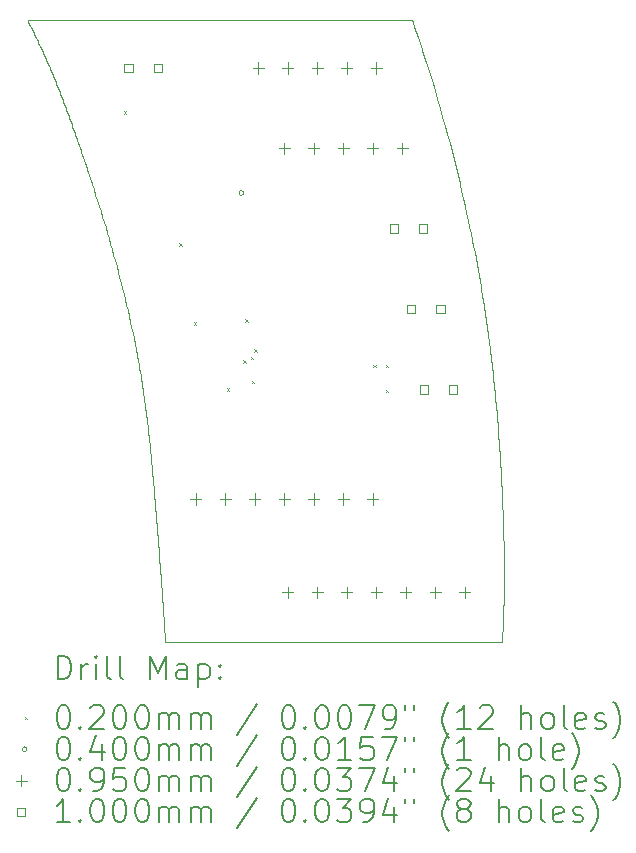
<source format=gbr>
%TF.GenerationSoftware,KiCad,Pcbnew,7.0.9*%
%TF.CreationDate,2023-12-16T21:23:08+01:00*%
%TF.ProjectId,LH_GripLogicBoard_FreeJoy,4c485f47-7269-4704-9c6f-676963426f61,rev?*%
%TF.SameCoordinates,Original*%
%TF.FileFunction,Drillmap*%
%TF.FilePolarity,Positive*%
%FSLAX45Y45*%
G04 Gerber Fmt 4.5, Leading zero omitted, Abs format (unit mm)*
G04 Created by KiCad (PCBNEW 7.0.9) date 2023-12-16 21:23:08*
%MOMM*%
%LPD*%
G01*
G04 APERTURE LIST*
%ADD10C,0.100000*%
%ADD11C,0.200000*%
G04 APERTURE END LIST*
D10*
X5221382Y-1500000D02*
X5226238Y-1513965D01*
X5231079Y-1527936D01*
X5235905Y-1541912D01*
X5240717Y-1555893D01*
X5245514Y-1569879D01*
X5250297Y-1583870D01*
X5255065Y-1597866D01*
X5259818Y-1611866D01*
X5264556Y-1625871D01*
X5269280Y-1639880D01*
X5272421Y-1649223D01*
X2387609Y-2518496D02*
X2381768Y-2501710D01*
X2375872Y-2484825D01*
X2369923Y-2467850D01*
X2363922Y-2450794D01*
X2357874Y-2433664D01*
X2351778Y-2416470D01*
X2345638Y-2399219D01*
X2339456Y-2381921D01*
X2333233Y-2364584D01*
X2326973Y-2347216D01*
X2320676Y-2329825D01*
X2314346Y-2312421D01*
X2307984Y-2295011D01*
X2301593Y-2277605D01*
X2295174Y-2260210D01*
X2288730Y-2242835D01*
X2282263Y-2225489D01*
X2275775Y-2208180D01*
X2269268Y-2190917D01*
X2262745Y-2173708D01*
X2256207Y-2156561D01*
X2249656Y-2139485D01*
X2243096Y-2122489D01*
X2236527Y-2105581D01*
X2229952Y-2088769D01*
X2223374Y-2072062D01*
X2216793Y-2055468D01*
X2210214Y-2038997D01*
X2203637Y-2022656D01*
X2197064Y-2006453D01*
X2190499Y-1990399D01*
X2183942Y-1974500D01*
X5337876Y-1849037D02*
X5363294Y-1929450D01*
X5387897Y-2008897D01*
X5411697Y-2087354D01*
X5434709Y-2164798D01*
X5456947Y-2241206D01*
X5478424Y-2316553D01*
X5499154Y-2390817D01*
X5519150Y-2463974D01*
X5538427Y-2536001D01*
X5556998Y-2606874D01*
X5574877Y-2676569D01*
X5592078Y-2745064D01*
X5608615Y-2812335D01*
X5624500Y-2878358D01*
X5639749Y-2943110D01*
X5654374Y-3006567D01*
X5668390Y-3068706D01*
X5681810Y-3129503D01*
X5694648Y-3188936D01*
X5706917Y-3246980D01*
X5718632Y-3303612D01*
X5729807Y-3358809D01*
X5740454Y-3412547D01*
X5750588Y-3464803D01*
X5760223Y-3515553D01*
X5769372Y-3564774D01*
X5778049Y-3612442D01*
X5786268Y-3658534D01*
X5794042Y-3703027D01*
X5801385Y-3745896D01*
X5808312Y-3787119D01*
X5814835Y-3826672D01*
X5883126Y-4305763D02*
X5887260Y-4339788D01*
X5891308Y-4373841D01*
X5895272Y-4407921D01*
X5899150Y-4442026D01*
X5902945Y-4476154D01*
X5906657Y-4510305D01*
X5910286Y-4544475D01*
X5913833Y-4578665D01*
X5917299Y-4612872D01*
X5920685Y-4647094D01*
X5923991Y-4681330D01*
X5927218Y-4715579D01*
X5930367Y-4749838D01*
X5933437Y-4784107D01*
X5936431Y-4818383D01*
X5939348Y-4852666D01*
X5942189Y-4886953D01*
X5944956Y-4921242D01*
X5947647Y-4955533D01*
X5950266Y-4989824D01*
X5952811Y-5024112D01*
X5955283Y-5058397D01*
X5957684Y-5092677D01*
X5960014Y-5126951D01*
X5962273Y-5161216D01*
X5964463Y-5195471D01*
X5966584Y-5229714D01*
X5968636Y-5263945D01*
X5970621Y-5298161D01*
X5972539Y-5332361D01*
X5974390Y-5366543D01*
X5976176Y-5400705D01*
X3025974Y-5371256D02*
X3023191Y-5339729D01*
X3020372Y-5308300D01*
X3017513Y-5276965D01*
X3014609Y-5245716D01*
X3011659Y-5214548D01*
X3008658Y-5183454D01*
X3005602Y-5152429D01*
X3002488Y-5121465D01*
X2999312Y-5090558D01*
X2996072Y-5059700D01*
X2992763Y-5028886D01*
X2989381Y-4998109D01*
X2985924Y-4967364D01*
X2982388Y-4936643D01*
X2978769Y-4905942D01*
X2975063Y-4875253D01*
X2971267Y-4844571D01*
X2967378Y-4813890D01*
X2963392Y-4783203D01*
X2959305Y-4752504D01*
X2955114Y-4721786D01*
X2950816Y-4691045D01*
X2946406Y-4660273D01*
X2941881Y-4629465D01*
X2937238Y-4598614D01*
X2932473Y-4567715D01*
X2927582Y-4536760D01*
X2922562Y-4505744D01*
X2917410Y-4474661D01*
X2912122Y-4443505D01*
X2906694Y-4412268D01*
X2901123Y-4380946D01*
X5991815Y-5779622D02*
X5992309Y-5795468D01*
X5992844Y-5813104D01*
X5993411Y-5832346D01*
X5993705Y-5842510D01*
X5994003Y-5853005D01*
X5994304Y-5863808D01*
X5994608Y-5874896D01*
X5994913Y-5886244D01*
X5995218Y-5897830D01*
X5995522Y-5909631D01*
X5995824Y-5921622D01*
X5996123Y-5933781D01*
X5996417Y-5946085D01*
X5996705Y-5958509D01*
X5996986Y-5971031D01*
X5997259Y-5983628D01*
X5997523Y-5996275D01*
X5997777Y-6008950D01*
X5998019Y-6021629D01*
X5998248Y-6034288D01*
X5998464Y-6046906D01*
X5998664Y-6059457D01*
X5998849Y-6071920D01*
X5999016Y-6084270D01*
X5999165Y-6096484D01*
X5999294Y-6108538D01*
X5999402Y-6120410D01*
X5999488Y-6132077D01*
X5999551Y-6143513D01*
X2901123Y-4380946D02*
X2892468Y-4333654D01*
X2883525Y-4286372D01*
X2874302Y-4239103D01*
X2864803Y-4191848D01*
X2855035Y-4144611D01*
X2845003Y-4097395D01*
X2834715Y-4050203D01*
X2824174Y-4003036D01*
X2813389Y-3955898D01*
X2802363Y-3908792D01*
X2791104Y-3861720D01*
X2779616Y-3814684D01*
X2767907Y-3767689D01*
X2755982Y-3720735D01*
X2743847Y-3673827D01*
X2731507Y-3626966D01*
X2718969Y-3580156D01*
X2706239Y-3533399D01*
X2693322Y-3486698D01*
X2680225Y-3440056D01*
X2666953Y-3393475D01*
X2653513Y-3346958D01*
X2639909Y-3300507D01*
X2626149Y-3254126D01*
X2612237Y-3207818D01*
X2598181Y-3161584D01*
X2583985Y-3115428D01*
X2569657Y-3069352D01*
X2555200Y-3023359D01*
X2540623Y-2977452D01*
X2525930Y-2931634D01*
X2511127Y-2885907D01*
X3104263Y-6367101D02*
X3102492Y-6342277D01*
X3100619Y-6316283D01*
X3098651Y-6289195D01*
X3096593Y-6261091D01*
X3094451Y-6232046D01*
X3092230Y-6202136D01*
X3089938Y-6171439D01*
X3087578Y-6140030D01*
X3085158Y-6107985D01*
X3082683Y-6075382D01*
X3080158Y-6042296D01*
X3077590Y-6008804D01*
X3074984Y-5974983D01*
X3072346Y-5940907D01*
X3069682Y-5906655D01*
X3066998Y-5872302D01*
X3064298Y-5837924D01*
X3061590Y-5803599D01*
X3058879Y-5769402D01*
X3056170Y-5735409D01*
X3053470Y-5701697D01*
X3050784Y-5668343D01*
X3048117Y-5635423D01*
X3045477Y-5603013D01*
X3042868Y-5571189D01*
X3040297Y-5540028D01*
X3037768Y-5509606D01*
X3035288Y-5479999D01*
X3032863Y-5451285D01*
X3030499Y-5423539D01*
X3028200Y-5396837D01*
X3025974Y-5371256D01*
X5221382Y-1500000D02*
X1965873Y-1500000D01*
X2183942Y-1974500D02*
X2177660Y-1959396D01*
X2171341Y-1944326D01*
X2164983Y-1929288D01*
X2158588Y-1914281D01*
X2152157Y-1899303D01*
X2145689Y-1884352D01*
X2139184Y-1869427D01*
X2132644Y-1854526D01*
X2126069Y-1839648D01*
X2119458Y-1824791D01*
X2112813Y-1809953D01*
X2106133Y-1795133D01*
X2099419Y-1780329D01*
X2092671Y-1765540D01*
X2085890Y-1750764D01*
X2079077Y-1735999D01*
X2072230Y-1721244D01*
X2065352Y-1706497D01*
X2058441Y-1691756D01*
X2051500Y-1677021D01*
X2044527Y-1662289D01*
X2037523Y-1647559D01*
X2030489Y-1632828D01*
X2023424Y-1618097D01*
X2016331Y-1603362D01*
X2009207Y-1588623D01*
X2002055Y-1573877D01*
X1994874Y-1559124D01*
X1987665Y-1544361D01*
X1980429Y-1529587D01*
X1973164Y-1514801D01*
X1965873Y-1500000D01*
X5976176Y-5400705D02*
X5976779Y-5412532D01*
X5977375Y-5424362D01*
X5977963Y-5436194D01*
X5978543Y-5448029D01*
X5979117Y-5459865D01*
X5979683Y-5471703D01*
X5980241Y-5483542D01*
X5980792Y-5495383D01*
X5981335Y-5507226D01*
X5981871Y-5519070D01*
X5982400Y-5530914D01*
X5982921Y-5542760D01*
X5983435Y-5554606D01*
X5983941Y-5566453D01*
X5984441Y-5578300D01*
X5984932Y-5590148D01*
X5985417Y-5601995D01*
X5985894Y-5613843D01*
X5986364Y-5625690D01*
X5986827Y-5637538D01*
X5987282Y-5649384D01*
X5987730Y-5661230D01*
X5988171Y-5673075D01*
X5988605Y-5684920D01*
X5989031Y-5696763D01*
X5989450Y-5708605D01*
X5989862Y-5720446D01*
X5990267Y-5732285D01*
X5990665Y-5744122D01*
X5991055Y-5755957D01*
X5991439Y-5767791D01*
X5991815Y-5779622D01*
X2511127Y-2885907D02*
X2507382Y-2874405D01*
X2503620Y-2862874D01*
X2499840Y-2851316D01*
X2496044Y-2839734D01*
X2492233Y-2828131D01*
X2488408Y-2816511D01*
X2484571Y-2804876D01*
X2480721Y-2793230D01*
X2476861Y-2781576D01*
X2472992Y-2769916D01*
X2469113Y-2758255D01*
X2465228Y-2746595D01*
X2461336Y-2734940D01*
X2457438Y-2723292D01*
X2453537Y-2711654D01*
X2449632Y-2700031D01*
X2445725Y-2688424D01*
X2441818Y-2676838D01*
X2437910Y-2665275D01*
X2434003Y-2653738D01*
X2430099Y-2642231D01*
X2426198Y-2630756D01*
X2422302Y-2619317D01*
X2418411Y-2607917D01*
X2414526Y-2596559D01*
X2410649Y-2585246D01*
X2406781Y-2573982D01*
X2402923Y-2562769D01*
X2399075Y-2551611D01*
X2395240Y-2540511D01*
X2391417Y-2529471D01*
X2387609Y-2518496D01*
X5814835Y-3826672D02*
X5817263Y-3841589D01*
X5819671Y-3856511D01*
X5822059Y-3871438D01*
X5824428Y-3886369D01*
X5826777Y-3901305D01*
X5829107Y-3916246D01*
X5831418Y-3931191D01*
X5833710Y-3946140D01*
X5835982Y-3961094D01*
X5838236Y-3976051D01*
X5840470Y-3991012D01*
X5842685Y-4005976D01*
X5844882Y-4020943D01*
X5847060Y-4035914D01*
X5849219Y-4050888D01*
X5851359Y-4065865D01*
X5853481Y-4080845D01*
X5855585Y-4095827D01*
X5857669Y-4110812D01*
X5859736Y-4125799D01*
X5861784Y-4140788D01*
X5863814Y-4155779D01*
X5865826Y-4170771D01*
X5867820Y-4185766D01*
X5869795Y-4200762D01*
X5871753Y-4215759D01*
X5873693Y-4230758D01*
X5875615Y-4245758D01*
X5877519Y-4260758D01*
X5879406Y-4275759D01*
X5881274Y-4290761D01*
X5883126Y-4305763D01*
X3129812Y-6763231D02*
X3129106Y-6751070D01*
X3128394Y-6738898D01*
X3127677Y-6726714D01*
X3126954Y-6714518D01*
X3126225Y-6702311D01*
X3125490Y-6690090D01*
X3124749Y-6677857D01*
X3124003Y-6665611D01*
X3123251Y-6653351D01*
X3122492Y-6641078D01*
X3121728Y-6628792D01*
X3120958Y-6616491D01*
X3120182Y-6604175D01*
X3119399Y-6591846D01*
X3118611Y-6579501D01*
X3117817Y-6567141D01*
X3117016Y-6554765D01*
X3116210Y-6542374D01*
X3115397Y-6529967D01*
X3114578Y-6517544D01*
X3113753Y-6505104D01*
X3112922Y-6492648D01*
X3112085Y-6480174D01*
X3111241Y-6467683D01*
X3110391Y-6455175D01*
X3109535Y-6442649D01*
X3108672Y-6430104D01*
X3107803Y-6417541D01*
X3106928Y-6404960D01*
X3106046Y-6392360D01*
X3105158Y-6379740D01*
X3104263Y-6367101D01*
X5983166Y-6763231D02*
X3129812Y-6763231D01*
X5999551Y-6143513D02*
X5999613Y-6162063D01*
X5999629Y-6180602D01*
X5999601Y-6199131D01*
X5999530Y-6217653D01*
X5999416Y-6236169D01*
X5999262Y-6254680D01*
X5999068Y-6273190D01*
X5998835Y-6291699D01*
X5998563Y-6310209D01*
X5998255Y-6328722D01*
X5997911Y-6347240D01*
X5997532Y-6365765D01*
X5997119Y-6384298D01*
X5996673Y-6402842D01*
X5996195Y-6421397D01*
X5995686Y-6439966D01*
X5995686Y-6439966D02*
X5995256Y-6454886D01*
X5994806Y-6469805D01*
X5994341Y-6484692D01*
X5993860Y-6499517D01*
X5993368Y-6514248D01*
X5992865Y-6528854D01*
X5992354Y-6543305D01*
X5991838Y-6557569D01*
X5991317Y-6571615D01*
X5990795Y-6585413D01*
X5990273Y-6598930D01*
X5989754Y-6612137D01*
X5989239Y-6625002D01*
X5988731Y-6637495D01*
X5988232Y-6649583D01*
X5987744Y-6661236D01*
X5987269Y-6672424D01*
X5986810Y-6683114D01*
X5986368Y-6693277D01*
X5985544Y-6711894D01*
X5984815Y-6728027D01*
X5984198Y-6741428D01*
X5983710Y-6751848D01*
X5983189Y-6762755D01*
X5983166Y-6763231D01*
X5272421Y-1649223D02*
X5276595Y-1661670D01*
X5280758Y-1674122D01*
X5284909Y-1686580D01*
X5289050Y-1699043D01*
X5293179Y-1711512D01*
X5297298Y-1723986D01*
X5301405Y-1736466D01*
X5305502Y-1748951D01*
X5309587Y-1761442D01*
X5313661Y-1773938D01*
X5317725Y-1786440D01*
X5321777Y-1798948D01*
X5325818Y-1811462D01*
X5329848Y-1823981D01*
X5333868Y-1836506D01*
X5337876Y-1849037D01*
D11*
D10*
X2783000Y-2271000D02*
X2803000Y-2291000D01*
X2803000Y-2271000D02*
X2783000Y-2291000D01*
X3249550Y-3387000D02*
X3269550Y-3407000D01*
X3269550Y-3387000D02*
X3249550Y-3407000D01*
X3371000Y-4058000D02*
X3391000Y-4078000D01*
X3391000Y-4058000D02*
X3371000Y-4078000D01*
X3651000Y-4616000D02*
X3671000Y-4636000D01*
X3671000Y-4616000D02*
X3651000Y-4636000D01*
X3792000Y-4380000D02*
X3812000Y-4400000D01*
X3812000Y-4380000D02*
X3792000Y-4400000D01*
X3809000Y-4031000D02*
X3829000Y-4051000D01*
X3829000Y-4031000D02*
X3809000Y-4051000D01*
X3855129Y-4349870D02*
X3875129Y-4369870D01*
X3875129Y-4349870D02*
X3855129Y-4369870D01*
X3865000Y-4552000D02*
X3885000Y-4572000D01*
X3885000Y-4552000D02*
X3865000Y-4572000D01*
X3885864Y-4287034D02*
X3905864Y-4307034D01*
X3905864Y-4287034D02*
X3885864Y-4307034D01*
X4894264Y-4416000D02*
X4914264Y-4436000D01*
X4914264Y-4416000D02*
X4894264Y-4436000D01*
X5001000Y-4416000D02*
X5021000Y-4436000D01*
X5021000Y-4416000D02*
X5001000Y-4436000D01*
X5001000Y-4627000D02*
X5021000Y-4647000D01*
X5021000Y-4627000D02*
X5001000Y-4647000D01*
X3797000Y-2962000D02*
G75*
G03*
X3797000Y-2962000I-20000J0D01*
G01*
X3389000Y-5504500D02*
X3389000Y-5599500D01*
X3341500Y-5552000D02*
X3436500Y-5552000D01*
X3639000Y-5504500D02*
X3639000Y-5599500D01*
X3591500Y-5552000D02*
X3686500Y-5552000D01*
X3889000Y-5504500D02*
X3889000Y-5599500D01*
X3841500Y-5552000D02*
X3936500Y-5552000D01*
X3918000Y-1855500D02*
X3918000Y-1950500D01*
X3870500Y-1903000D02*
X3965500Y-1903000D01*
X4139000Y-2535500D02*
X4139000Y-2630500D01*
X4091500Y-2583000D02*
X4186500Y-2583000D01*
X4139000Y-5504500D02*
X4139000Y-5599500D01*
X4091500Y-5552000D02*
X4186500Y-5552000D01*
X4168000Y-1855500D02*
X4168000Y-1950500D01*
X4120500Y-1903000D02*
X4215500Y-1903000D01*
X4168000Y-6295300D02*
X4168000Y-6390300D01*
X4120500Y-6342800D02*
X4215500Y-6342800D01*
X4389000Y-2535500D02*
X4389000Y-2630500D01*
X4341500Y-2583000D02*
X4436500Y-2583000D01*
X4389000Y-5504500D02*
X4389000Y-5599500D01*
X4341500Y-5552000D02*
X4436500Y-5552000D01*
X4418000Y-1855500D02*
X4418000Y-1950500D01*
X4370500Y-1903000D02*
X4465500Y-1903000D01*
X4418000Y-6295300D02*
X4418000Y-6390300D01*
X4370500Y-6342800D02*
X4465500Y-6342800D01*
X4639000Y-2535500D02*
X4639000Y-2630500D01*
X4591500Y-2583000D02*
X4686500Y-2583000D01*
X4639000Y-5504500D02*
X4639000Y-5599500D01*
X4591500Y-5552000D02*
X4686500Y-5552000D01*
X4668000Y-1855500D02*
X4668000Y-1950500D01*
X4620500Y-1903000D02*
X4715500Y-1903000D01*
X4668000Y-6295300D02*
X4668000Y-6390300D01*
X4620500Y-6342800D02*
X4715500Y-6342800D01*
X4889000Y-2535500D02*
X4889000Y-2630500D01*
X4841500Y-2583000D02*
X4936500Y-2583000D01*
X4889000Y-5504500D02*
X4889000Y-5599500D01*
X4841500Y-5552000D02*
X4936500Y-5552000D01*
X4918000Y-1855500D02*
X4918000Y-1950500D01*
X4870500Y-1903000D02*
X4965500Y-1903000D01*
X4918000Y-6295300D02*
X4918000Y-6390300D01*
X4870500Y-6342800D02*
X4965500Y-6342800D01*
X5139000Y-2535500D02*
X5139000Y-2630500D01*
X5091500Y-2583000D02*
X5186500Y-2583000D01*
X5168000Y-6295300D02*
X5168000Y-6390300D01*
X5120500Y-6342800D02*
X5215500Y-6342800D01*
X5418000Y-6295300D02*
X5418000Y-6390300D01*
X5370500Y-6342800D02*
X5465500Y-6342800D01*
X5668000Y-6295300D02*
X5668000Y-6390300D01*
X5620500Y-6342800D02*
X5715500Y-6342800D01*
X2855356Y-1938856D02*
X2855356Y-1868144D01*
X2784644Y-1868144D01*
X2784644Y-1938856D01*
X2855356Y-1938856D01*
X3105356Y-1938856D02*
X3105356Y-1868144D01*
X3034644Y-1868144D01*
X3034644Y-1938856D01*
X3105356Y-1938856D01*
X5101356Y-3299356D02*
X5101356Y-3228644D01*
X5030644Y-3228644D01*
X5030644Y-3299356D01*
X5101356Y-3299356D01*
X5248356Y-3979356D02*
X5248356Y-3908644D01*
X5177644Y-3908644D01*
X5177644Y-3979356D01*
X5248356Y-3979356D01*
X5351356Y-3299356D02*
X5351356Y-3228644D01*
X5280644Y-3228644D01*
X5280644Y-3299356D01*
X5351356Y-3299356D01*
X5355356Y-4660356D02*
X5355356Y-4589644D01*
X5284644Y-4589644D01*
X5284644Y-4660356D01*
X5355356Y-4660356D01*
X5498356Y-3979356D02*
X5498356Y-3908644D01*
X5427644Y-3908644D01*
X5427644Y-3979356D01*
X5498356Y-3979356D01*
X5605356Y-4660356D02*
X5605356Y-4589644D01*
X5534644Y-4589644D01*
X5534644Y-4660356D01*
X5605356Y-4660356D01*
D11*
X2221650Y-7079714D02*
X2221650Y-6879714D01*
X2221650Y-6879714D02*
X2269269Y-6879714D01*
X2269269Y-6879714D02*
X2297840Y-6889238D01*
X2297840Y-6889238D02*
X2316888Y-6908286D01*
X2316888Y-6908286D02*
X2326412Y-6927333D01*
X2326412Y-6927333D02*
X2335935Y-6965429D01*
X2335935Y-6965429D02*
X2335935Y-6994000D01*
X2335935Y-6994000D02*
X2326412Y-7032095D01*
X2326412Y-7032095D02*
X2316888Y-7051143D01*
X2316888Y-7051143D02*
X2297840Y-7070191D01*
X2297840Y-7070191D02*
X2269269Y-7079714D01*
X2269269Y-7079714D02*
X2221650Y-7079714D01*
X2421650Y-7079714D02*
X2421650Y-6946381D01*
X2421650Y-6984476D02*
X2431173Y-6965429D01*
X2431173Y-6965429D02*
X2440697Y-6955905D01*
X2440697Y-6955905D02*
X2459745Y-6946381D01*
X2459745Y-6946381D02*
X2478793Y-6946381D01*
X2545459Y-7079714D02*
X2545459Y-6946381D01*
X2545459Y-6879714D02*
X2535935Y-6889238D01*
X2535935Y-6889238D02*
X2545459Y-6898762D01*
X2545459Y-6898762D02*
X2554983Y-6889238D01*
X2554983Y-6889238D02*
X2545459Y-6879714D01*
X2545459Y-6879714D02*
X2545459Y-6898762D01*
X2669269Y-7079714D02*
X2650221Y-7070191D01*
X2650221Y-7070191D02*
X2640697Y-7051143D01*
X2640697Y-7051143D02*
X2640697Y-6879714D01*
X2774031Y-7079714D02*
X2754983Y-7070191D01*
X2754983Y-7070191D02*
X2745459Y-7051143D01*
X2745459Y-7051143D02*
X2745459Y-6879714D01*
X3002602Y-7079714D02*
X3002602Y-6879714D01*
X3002602Y-6879714D02*
X3069269Y-7022572D01*
X3069269Y-7022572D02*
X3135935Y-6879714D01*
X3135935Y-6879714D02*
X3135935Y-7079714D01*
X3316888Y-7079714D02*
X3316888Y-6974953D01*
X3316888Y-6974953D02*
X3307364Y-6955905D01*
X3307364Y-6955905D02*
X3288316Y-6946381D01*
X3288316Y-6946381D02*
X3250221Y-6946381D01*
X3250221Y-6946381D02*
X3231173Y-6955905D01*
X3316888Y-7070191D02*
X3297840Y-7079714D01*
X3297840Y-7079714D02*
X3250221Y-7079714D01*
X3250221Y-7079714D02*
X3231173Y-7070191D01*
X3231173Y-7070191D02*
X3221650Y-7051143D01*
X3221650Y-7051143D02*
X3221650Y-7032095D01*
X3221650Y-7032095D02*
X3231173Y-7013048D01*
X3231173Y-7013048D02*
X3250221Y-7003524D01*
X3250221Y-7003524D02*
X3297840Y-7003524D01*
X3297840Y-7003524D02*
X3316888Y-6994000D01*
X3412126Y-6946381D02*
X3412126Y-7146381D01*
X3412126Y-6955905D02*
X3431173Y-6946381D01*
X3431173Y-6946381D02*
X3469269Y-6946381D01*
X3469269Y-6946381D02*
X3488316Y-6955905D01*
X3488316Y-6955905D02*
X3497840Y-6965429D01*
X3497840Y-6965429D02*
X3507364Y-6984476D01*
X3507364Y-6984476D02*
X3507364Y-7041619D01*
X3507364Y-7041619D02*
X3497840Y-7060667D01*
X3497840Y-7060667D02*
X3488316Y-7070191D01*
X3488316Y-7070191D02*
X3469269Y-7079714D01*
X3469269Y-7079714D02*
X3431173Y-7079714D01*
X3431173Y-7079714D02*
X3412126Y-7070191D01*
X3593078Y-7060667D02*
X3602602Y-7070191D01*
X3602602Y-7070191D02*
X3593078Y-7079714D01*
X3593078Y-7079714D02*
X3583554Y-7070191D01*
X3583554Y-7070191D02*
X3593078Y-7060667D01*
X3593078Y-7060667D02*
X3593078Y-7079714D01*
X3593078Y-6955905D02*
X3602602Y-6965429D01*
X3602602Y-6965429D02*
X3593078Y-6974953D01*
X3593078Y-6974953D02*
X3583554Y-6965429D01*
X3583554Y-6965429D02*
X3593078Y-6955905D01*
X3593078Y-6955905D02*
X3593078Y-6974953D01*
D10*
X1940873Y-7398231D02*
X1960873Y-7418231D01*
X1960873Y-7398231D02*
X1940873Y-7418231D01*
D11*
X2259745Y-7299714D02*
X2278793Y-7299714D01*
X2278793Y-7299714D02*
X2297840Y-7309238D01*
X2297840Y-7309238D02*
X2307364Y-7318762D01*
X2307364Y-7318762D02*
X2316888Y-7337810D01*
X2316888Y-7337810D02*
X2326412Y-7375905D01*
X2326412Y-7375905D02*
X2326412Y-7423524D01*
X2326412Y-7423524D02*
X2316888Y-7461619D01*
X2316888Y-7461619D02*
X2307364Y-7480667D01*
X2307364Y-7480667D02*
X2297840Y-7490191D01*
X2297840Y-7490191D02*
X2278793Y-7499714D01*
X2278793Y-7499714D02*
X2259745Y-7499714D01*
X2259745Y-7499714D02*
X2240697Y-7490191D01*
X2240697Y-7490191D02*
X2231173Y-7480667D01*
X2231173Y-7480667D02*
X2221650Y-7461619D01*
X2221650Y-7461619D02*
X2212126Y-7423524D01*
X2212126Y-7423524D02*
X2212126Y-7375905D01*
X2212126Y-7375905D02*
X2221650Y-7337810D01*
X2221650Y-7337810D02*
X2231173Y-7318762D01*
X2231173Y-7318762D02*
X2240697Y-7309238D01*
X2240697Y-7309238D02*
X2259745Y-7299714D01*
X2412126Y-7480667D02*
X2421650Y-7490191D01*
X2421650Y-7490191D02*
X2412126Y-7499714D01*
X2412126Y-7499714D02*
X2402602Y-7490191D01*
X2402602Y-7490191D02*
X2412126Y-7480667D01*
X2412126Y-7480667D02*
X2412126Y-7499714D01*
X2497840Y-7318762D02*
X2507364Y-7309238D01*
X2507364Y-7309238D02*
X2526412Y-7299714D01*
X2526412Y-7299714D02*
X2574031Y-7299714D01*
X2574031Y-7299714D02*
X2593078Y-7309238D01*
X2593078Y-7309238D02*
X2602602Y-7318762D01*
X2602602Y-7318762D02*
X2612126Y-7337810D01*
X2612126Y-7337810D02*
X2612126Y-7356857D01*
X2612126Y-7356857D02*
X2602602Y-7385429D01*
X2602602Y-7385429D02*
X2488316Y-7499714D01*
X2488316Y-7499714D02*
X2612126Y-7499714D01*
X2735935Y-7299714D02*
X2754983Y-7299714D01*
X2754983Y-7299714D02*
X2774031Y-7309238D01*
X2774031Y-7309238D02*
X2783554Y-7318762D01*
X2783554Y-7318762D02*
X2793078Y-7337810D01*
X2793078Y-7337810D02*
X2802602Y-7375905D01*
X2802602Y-7375905D02*
X2802602Y-7423524D01*
X2802602Y-7423524D02*
X2793078Y-7461619D01*
X2793078Y-7461619D02*
X2783554Y-7480667D01*
X2783554Y-7480667D02*
X2774031Y-7490191D01*
X2774031Y-7490191D02*
X2754983Y-7499714D01*
X2754983Y-7499714D02*
X2735935Y-7499714D01*
X2735935Y-7499714D02*
X2716888Y-7490191D01*
X2716888Y-7490191D02*
X2707364Y-7480667D01*
X2707364Y-7480667D02*
X2697840Y-7461619D01*
X2697840Y-7461619D02*
X2688316Y-7423524D01*
X2688316Y-7423524D02*
X2688316Y-7375905D01*
X2688316Y-7375905D02*
X2697840Y-7337810D01*
X2697840Y-7337810D02*
X2707364Y-7318762D01*
X2707364Y-7318762D02*
X2716888Y-7309238D01*
X2716888Y-7309238D02*
X2735935Y-7299714D01*
X2926411Y-7299714D02*
X2945459Y-7299714D01*
X2945459Y-7299714D02*
X2964507Y-7309238D01*
X2964507Y-7309238D02*
X2974031Y-7318762D01*
X2974031Y-7318762D02*
X2983554Y-7337810D01*
X2983554Y-7337810D02*
X2993078Y-7375905D01*
X2993078Y-7375905D02*
X2993078Y-7423524D01*
X2993078Y-7423524D02*
X2983554Y-7461619D01*
X2983554Y-7461619D02*
X2974031Y-7480667D01*
X2974031Y-7480667D02*
X2964507Y-7490191D01*
X2964507Y-7490191D02*
X2945459Y-7499714D01*
X2945459Y-7499714D02*
X2926411Y-7499714D01*
X2926411Y-7499714D02*
X2907364Y-7490191D01*
X2907364Y-7490191D02*
X2897840Y-7480667D01*
X2897840Y-7480667D02*
X2888316Y-7461619D01*
X2888316Y-7461619D02*
X2878792Y-7423524D01*
X2878792Y-7423524D02*
X2878792Y-7375905D01*
X2878792Y-7375905D02*
X2888316Y-7337810D01*
X2888316Y-7337810D02*
X2897840Y-7318762D01*
X2897840Y-7318762D02*
X2907364Y-7309238D01*
X2907364Y-7309238D02*
X2926411Y-7299714D01*
X3078792Y-7499714D02*
X3078792Y-7366381D01*
X3078792Y-7385429D02*
X3088316Y-7375905D01*
X3088316Y-7375905D02*
X3107364Y-7366381D01*
X3107364Y-7366381D02*
X3135935Y-7366381D01*
X3135935Y-7366381D02*
X3154983Y-7375905D01*
X3154983Y-7375905D02*
X3164507Y-7394953D01*
X3164507Y-7394953D02*
X3164507Y-7499714D01*
X3164507Y-7394953D02*
X3174031Y-7375905D01*
X3174031Y-7375905D02*
X3193078Y-7366381D01*
X3193078Y-7366381D02*
X3221650Y-7366381D01*
X3221650Y-7366381D02*
X3240697Y-7375905D01*
X3240697Y-7375905D02*
X3250221Y-7394953D01*
X3250221Y-7394953D02*
X3250221Y-7499714D01*
X3345459Y-7499714D02*
X3345459Y-7366381D01*
X3345459Y-7385429D02*
X3354983Y-7375905D01*
X3354983Y-7375905D02*
X3374031Y-7366381D01*
X3374031Y-7366381D02*
X3402602Y-7366381D01*
X3402602Y-7366381D02*
X3421650Y-7375905D01*
X3421650Y-7375905D02*
X3431173Y-7394953D01*
X3431173Y-7394953D02*
X3431173Y-7499714D01*
X3431173Y-7394953D02*
X3440697Y-7375905D01*
X3440697Y-7375905D02*
X3459745Y-7366381D01*
X3459745Y-7366381D02*
X3488316Y-7366381D01*
X3488316Y-7366381D02*
X3507364Y-7375905D01*
X3507364Y-7375905D02*
X3516888Y-7394953D01*
X3516888Y-7394953D02*
X3516888Y-7499714D01*
X3907364Y-7290191D02*
X3735935Y-7547333D01*
X4164507Y-7299714D02*
X4183555Y-7299714D01*
X4183555Y-7299714D02*
X4202602Y-7309238D01*
X4202602Y-7309238D02*
X4212126Y-7318762D01*
X4212126Y-7318762D02*
X4221650Y-7337810D01*
X4221650Y-7337810D02*
X4231174Y-7375905D01*
X4231174Y-7375905D02*
X4231174Y-7423524D01*
X4231174Y-7423524D02*
X4221650Y-7461619D01*
X4221650Y-7461619D02*
X4212126Y-7480667D01*
X4212126Y-7480667D02*
X4202602Y-7490191D01*
X4202602Y-7490191D02*
X4183555Y-7499714D01*
X4183555Y-7499714D02*
X4164507Y-7499714D01*
X4164507Y-7499714D02*
X4145459Y-7490191D01*
X4145459Y-7490191D02*
X4135935Y-7480667D01*
X4135935Y-7480667D02*
X4126412Y-7461619D01*
X4126412Y-7461619D02*
X4116888Y-7423524D01*
X4116888Y-7423524D02*
X4116888Y-7375905D01*
X4116888Y-7375905D02*
X4126412Y-7337810D01*
X4126412Y-7337810D02*
X4135935Y-7318762D01*
X4135935Y-7318762D02*
X4145459Y-7309238D01*
X4145459Y-7309238D02*
X4164507Y-7299714D01*
X4316888Y-7480667D02*
X4326412Y-7490191D01*
X4326412Y-7490191D02*
X4316888Y-7499714D01*
X4316888Y-7499714D02*
X4307364Y-7490191D01*
X4307364Y-7490191D02*
X4316888Y-7480667D01*
X4316888Y-7480667D02*
X4316888Y-7499714D01*
X4450221Y-7299714D02*
X4469269Y-7299714D01*
X4469269Y-7299714D02*
X4488317Y-7309238D01*
X4488317Y-7309238D02*
X4497840Y-7318762D01*
X4497840Y-7318762D02*
X4507364Y-7337810D01*
X4507364Y-7337810D02*
X4516888Y-7375905D01*
X4516888Y-7375905D02*
X4516888Y-7423524D01*
X4516888Y-7423524D02*
X4507364Y-7461619D01*
X4507364Y-7461619D02*
X4497840Y-7480667D01*
X4497840Y-7480667D02*
X4488317Y-7490191D01*
X4488317Y-7490191D02*
X4469269Y-7499714D01*
X4469269Y-7499714D02*
X4450221Y-7499714D01*
X4450221Y-7499714D02*
X4431174Y-7490191D01*
X4431174Y-7490191D02*
X4421650Y-7480667D01*
X4421650Y-7480667D02*
X4412126Y-7461619D01*
X4412126Y-7461619D02*
X4402602Y-7423524D01*
X4402602Y-7423524D02*
X4402602Y-7375905D01*
X4402602Y-7375905D02*
X4412126Y-7337810D01*
X4412126Y-7337810D02*
X4421650Y-7318762D01*
X4421650Y-7318762D02*
X4431174Y-7309238D01*
X4431174Y-7309238D02*
X4450221Y-7299714D01*
X4640697Y-7299714D02*
X4659745Y-7299714D01*
X4659745Y-7299714D02*
X4678793Y-7309238D01*
X4678793Y-7309238D02*
X4688317Y-7318762D01*
X4688317Y-7318762D02*
X4697840Y-7337810D01*
X4697840Y-7337810D02*
X4707364Y-7375905D01*
X4707364Y-7375905D02*
X4707364Y-7423524D01*
X4707364Y-7423524D02*
X4697840Y-7461619D01*
X4697840Y-7461619D02*
X4688317Y-7480667D01*
X4688317Y-7480667D02*
X4678793Y-7490191D01*
X4678793Y-7490191D02*
X4659745Y-7499714D01*
X4659745Y-7499714D02*
X4640697Y-7499714D01*
X4640697Y-7499714D02*
X4621650Y-7490191D01*
X4621650Y-7490191D02*
X4612126Y-7480667D01*
X4612126Y-7480667D02*
X4602602Y-7461619D01*
X4602602Y-7461619D02*
X4593078Y-7423524D01*
X4593078Y-7423524D02*
X4593078Y-7375905D01*
X4593078Y-7375905D02*
X4602602Y-7337810D01*
X4602602Y-7337810D02*
X4612126Y-7318762D01*
X4612126Y-7318762D02*
X4621650Y-7309238D01*
X4621650Y-7309238D02*
X4640697Y-7299714D01*
X4774031Y-7299714D02*
X4907364Y-7299714D01*
X4907364Y-7299714D02*
X4821650Y-7499714D01*
X4993078Y-7499714D02*
X5031174Y-7499714D01*
X5031174Y-7499714D02*
X5050221Y-7490191D01*
X5050221Y-7490191D02*
X5059745Y-7480667D01*
X5059745Y-7480667D02*
X5078793Y-7452095D01*
X5078793Y-7452095D02*
X5088317Y-7414000D01*
X5088317Y-7414000D02*
X5088317Y-7337810D01*
X5088317Y-7337810D02*
X5078793Y-7318762D01*
X5078793Y-7318762D02*
X5069269Y-7309238D01*
X5069269Y-7309238D02*
X5050221Y-7299714D01*
X5050221Y-7299714D02*
X5012126Y-7299714D01*
X5012126Y-7299714D02*
X4993078Y-7309238D01*
X4993078Y-7309238D02*
X4983555Y-7318762D01*
X4983555Y-7318762D02*
X4974031Y-7337810D01*
X4974031Y-7337810D02*
X4974031Y-7385429D01*
X4974031Y-7385429D02*
X4983555Y-7404476D01*
X4983555Y-7404476D02*
X4993078Y-7414000D01*
X4993078Y-7414000D02*
X5012126Y-7423524D01*
X5012126Y-7423524D02*
X5050221Y-7423524D01*
X5050221Y-7423524D02*
X5069269Y-7414000D01*
X5069269Y-7414000D02*
X5078793Y-7404476D01*
X5078793Y-7404476D02*
X5088317Y-7385429D01*
X5164507Y-7299714D02*
X5164507Y-7337810D01*
X5240698Y-7299714D02*
X5240698Y-7337810D01*
X5535936Y-7575905D02*
X5526412Y-7566381D01*
X5526412Y-7566381D02*
X5507364Y-7537810D01*
X5507364Y-7537810D02*
X5497840Y-7518762D01*
X5497840Y-7518762D02*
X5488317Y-7490191D01*
X5488317Y-7490191D02*
X5478793Y-7442572D01*
X5478793Y-7442572D02*
X5478793Y-7404476D01*
X5478793Y-7404476D02*
X5488317Y-7356857D01*
X5488317Y-7356857D02*
X5497840Y-7328286D01*
X5497840Y-7328286D02*
X5507364Y-7309238D01*
X5507364Y-7309238D02*
X5526412Y-7280667D01*
X5526412Y-7280667D02*
X5535936Y-7271143D01*
X5716888Y-7499714D02*
X5602602Y-7499714D01*
X5659745Y-7499714D02*
X5659745Y-7299714D01*
X5659745Y-7299714D02*
X5640697Y-7328286D01*
X5640697Y-7328286D02*
X5621650Y-7347333D01*
X5621650Y-7347333D02*
X5602602Y-7356857D01*
X5793078Y-7318762D02*
X5802602Y-7309238D01*
X5802602Y-7309238D02*
X5821650Y-7299714D01*
X5821650Y-7299714D02*
X5869269Y-7299714D01*
X5869269Y-7299714D02*
X5888317Y-7309238D01*
X5888317Y-7309238D02*
X5897840Y-7318762D01*
X5897840Y-7318762D02*
X5907364Y-7337810D01*
X5907364Y-7337810D02*
X5907364Y-7356857D01*
X5907364Y-7356857D02*
X5897840Y-7385429D01*
X5897840Y-7385429D02*
X5783555Y-7499714D01*
X5783555Y-7499714D02*
X5907364Y-7499714D01*
X6145459Y-7499714D02*
X6145459Y-7299714D01*
X6231174Y-7499714D02*
X6231174Y-7394953D01*
X6231174Y-7394953D02*
X6221650Y-7375905D01*
X6221650Y-7375905D02*
X6202602Y-7366381D01*
X6202602Y-7366381D02*
X6174031Y-7366381D01*
X6174031Y-7366381D02*
X6154983Y-7375905D01*
X6154983Y-7375905D02*
X6145459Y-7385429D01*
X6354983Y-7499714D02*
X6335936Y-7490191D01*
X6335936Y-7490191D02*
X6326412Y-7480667D01*
X6326412Y-7480667D02*
X6316888Y-7461619D01*
X6316888Y-7461619D02*
X6316888Y-7404476D01*
X6316888Y-7404476D02*
X6326412Y-7385429D01*
X6326412Y-7385429D02*
X6335936Y-7375905D01*
X6335936Y-7375905D02*
X6354983Y-7366381D01*
X6354983Y-7366381D02*
X6383555Y-7366381D01*
X6383555Y-7366381D02*
X6402602Y-7375905D01*
X6402602Y-7375905D02*
X6412126Y-7385429D01*
X6412126Y-7385429D02*
X6421650Y-7404476D01*
X6421650Y-7404476D02*
X6421650Y-7461619D01*
X6421650Y-7461619D02*
X6412126Y-7480667D01*
X6412126Y-7480667D02*
X6402602Y-7490191D01*
X6402602Y-7490191D02*
X6383555Y-7499714D01*
X6383555Y-7499714D02*
X6354983Y-7499714D01*
X6535936Y-7499714D02*
X6516888Y-7490191D01*
X6516888Y-7490191D02*
X6507364Y-7471143D01*
X6507364Y-7471143D02*
X6507364Y-7299714D01*
X6688317Y-7490191D02*
X6669269Y-7499714D01*
X6669269Y-7499714D02*
X6631174Y-7499714D01*
X6631174Y-7499714D02*
X6612126Y-7490191D01*
X6612126Y-7490191D02*
X6602602Y-7471143D01*
X6602602Y-7471143D02*
X6602602Y-7394953D01*
X6602602Y-7394953D02*
X6612126Y-7375905D01*
X6612126Y-7375905D02*
X6631174Y-7366381D01*
X6631174Y-7366381D02*
X6669269Y-7366381D01*
X6669269Y-7366381D02*
X6688317Y-7375905D01*
X6688317Y-7375905D02*
X6697840Y-7394953D01*
X6697840Y-7394953D02*
X6697840Y-7414000D01*
X6697840Y-7414000D02*
X6602602Y-7433048D01*
X6774031Y-7490191D02*
X6793079Y-7499714D01*
X6793079Y-7499714D02*
X6831174Y-7499714D01*
X6831174Y-7499714D02*
X6850221Y-7490191D01*
X6850221Y-7490191D02*
X6859745Y-7471143D01*
X6859745Y-7471143D02*
X6859745Y-7461619D01*
X6859745Y-7461619D02*
X6850221Y-7442572D01*
X6850221Y-7442572D02*
X6831174Y-7433048D01*
X6831174Y-7433048D02*
X6802602Y-7433048D01*
X6802602Y-7433048D02*
X6783555Y-7423524D01*
X6783555Y-7423524D02*
X6774031Y-7404476D01*
X6774031Y-7404476D02*
X6774031Y-7394953D01*
X6774031Y-7394953D02*
X6783555Y-7375905D01*
X6783555Y-7375905D02*
X6802602Y-7366381D01*
X6802602Y-7366381D02*
X6831174Y-7366381D01*
X6831174Y-7366381D02*
X6850221Y-7375905D01*
X6926412Y-7575905D02*
X6935936Y-7566381D01*
X6935936Y-7566381D02*
X6954983Y-7537810D01*
X6954983Y-7537810D02*
X6964507Y-7518762D01*
X6964507Y-7518762D02*
X6974031Y-7490191D01*
X6974031Y-7490191D02*
X6983555Y-7442572D01*
X6983555Y-7442572D02*
X6983555Y-7404476D01*
X6983555Y-7404476D02*
X6974031Y-7356857D01*
X6974031Y-7356857D02*
X6964507Y-7328286D01*
X6964507Y-7328286D02*
X6954983Y-7309238D01*
X6954983Y-7309238D02*
X6935936Y-7280667D01*
X6935936Y-7280667D02*
X6926412Y-7271143D01*
D10*
X1960873Y-7672231D02*
G75*
G03*
X1960873Y-7672231I-20000J0D01*
G01*
D11*
X2259745Y-7563714D02*
X2278793Y-7563714D01*
X2278793Y-7563714D02*
X2297840Y-7573238D01*
X2297840Y-7573238D02*
X2307364Y-7582762D01*
X2307364Y-7582762D02*
X2316888Y-7601810D01*
X2316888Y-7601810D02*
X2326412Y-7639905D01*
X2326412Y-7639905D02*
X2326412Y-7687524D01*
X2326412Y-7687524D02*
X2316888Y-7725619D01*
X2316888Y-7725619D02*
X2307364Y-7744667D01*
X2307364Y-7744667D02*
X2297840Y-7754191D01*
X2297840Y-7754191D02*
X2278793Y-7763714D01*
X2278793Y-7763714D02*
X2259745Y-7763714D01*
X2259745Y-7763714D02*
X2240697Y-7754191D01*
X2240697Y-7754191D02*
X2231173Y-7744667D01*
X2231173Y-7744667D02*
X2221650Y-7725619D01*
X2221650Y-7725619D02*
X2212126Y-7687524D01*
X2212126Y-7687524D02*
X2212126Y-7639905D01*
X2212126Y-7639905D02*
X2221650Y-7601810D01*
X2221650Y-7601810D02*
X2231173Y-7582762D01*
X2231173Y-7582762D02*
X2240697Y-7573238D01*
X2240697Y-7573238D02*
X2259745Y-7563714D01*
X2412126Y-7744667D02*
X2421650Y-7754191D01*
X2421650Y-7754191D02*
X2412126Y-7763714D01*
X2412126Y-7763714D02*
X2402602Y-7754191D01*
X2402602Y-7754191D02*
X2412126Y-7744667D01*
X2412126Y-7744667D02*
X2412126Y-7763714D01*
X2593078Y-7630381D02*
X2593078Y-7763714D01*
X2545459Y-7554191D02*
X2497840Y-7697048D01*
X2497840Y-7697048D02*
X2621650Y-7697048D01*
X2735935Y-7563714D02*
X2754983Y-7563714D01*
X2754983Y-7563714D02*
X2774031Y-7573238D01*
X2774031Y-7573238D02*
X2783554Y-7582762D01*
X2783554Y-7582762D02*
X2793078Y-7601810D01*
X2793078Y-7601810D02*
X2802602Y-7639905D01*
X2802602Y-7639905D02*
X2802602Y-7687524D01*
X2802602Y-7687524D02*
X2793078Y-7725619D01*
X2793078Y-7725619D02*
X2783554Y-7744667D01*
X2783554Y-7744667D02*
X2774031Y-7754191D01*
X2774031Y-7754191D02*
X2754983Y-7763714D01*
X2754983Y-7763714D02*
X2735935Y-7763714D01*
X2735935Y-7763714D02*
X2716888Y-7754191D01*
X2716888Y-7754191D02*
X2707364Y-7744667D01*
X2707364Y-7744667D02*
X2697840Y-7725619D01*
X2697840Y-7725619D02*
X2688316Y-7687524D01*
X2688316Y-7687524D02*
X2688316Y-7639905D01*
X2688316Y-7639905D02*
X2697840Y-7601810D01*
X2697840Y-7601810D02*
X2707364Y-7582762D01*
X2707364Y-7582762D02*
X2716888Y-7573238D01*
X2716888Y-7573238D02*
X2735935Y-7563714D01*
X2926411Y-7563714D02*
X2945459Y-7563714D01*
X2945459Y-7563714D02*
X2964507Y-7573238D01*
X2964507Y-7573238D02*
X2974031Y-7582762D01*
X2974031Y-7582762D02*
X2983554Y-7601810D01*
X2983554Y-7601810D02*
X2993078Y-7639905D01*
X2993078Y-7639905D02*
X2993078Y-7687524D01*
X2993078Y-7687524D02*
X2983554Y-7725619D01*
X2983554Y-7725619D02*
X2974031Y-7744667D01*
X2974031Y-7744667D02*
X2964507Y-7754191D01*
X2964507Y-7754191D02*
X2945459Y-7763714D01*
X2945459Y-7763714D02*
X2926411Y-7763714D01*
X2926411Y-7763714D02*
X2907364Y-7754191D01*
X2907364Y-7754191D02*
X2897840Y-7744667D01*
X2897840Y-7744667D02*
X2888316Y-7725619D01*
X2888316Y-7725619D02*
X2878792Y-7687524D01*
X2878792Y-7687524D02*
X2878792Y-7639905D01*
X2878792Y-7639905D02*
X2888316Y-7601810D01*
X2888316Y-7601810D02*
X2897840Y-7582762D01*
X2897840Y-7582762D02*
X2907364Y-7573238D01*
X2907364Y-7573238D02*
X2926411Y-7563714D01*
X3078792Y-7763714D02*
X3078792Y-7630381D01*
X3078792Y-7649429D02*
X3088316Y-7639905D01*
X3088316Y-7639905D02*
X3107364Y-7630381D01*
X3107364Y-7630381D02*
X3135935Y-7630381D01*
X3135935Y-7630381D02*
X3154983Y-7639905D01*
X3154983Y-7639905D02*
X3164507Y-7658953D01*
X3164507Y-7658953D02*
X3164507Y-7763714D01*
X3164507Y-7658953D02*
X3174031Y-7639905D01*
X3174031Y-7639905D02*
X3193078Y-7630381D01*
X3193078Y-7630381D02*
X3221650Y-7630381D01*
X3221650Y-7630381D02*
X3240697Y-7639905D01*
X3240697Y-7639905D02*
X3250221Y-7658953D01*
X3250221Y-7658953D02*
X3250221Y-7763714D01*
X3345459Y-7763714D02*
X3345459Y-7630381D01*
X3345459Y-7649429D02*
X3354983Y-7639905D01*
X3354983Y-7639905D02*
X3374031Y-7630381D01*
X3374031Y-7630381D02*
X3402602Y-7630381D01*
X3402602Y-7630381D02*
X3421650Y-7639905D01*
X3421650Y-7639905D02*
X3431173Y-7658953D01*
X3431173Y-7658953D02*
X3431173Y-7763714D01*
X3431173Y-7658953D02*
X3440697Y-7639905D01*
X3440697Y-7639905D02*
X3459745Y-7630381D01*
X3459745Y-7630381D02*
X3488316Y-7630381D01*
X3488316Y-7630381D02*
X3507364Y-7639905D01*
X3507364Y-7639905D02*
X3516888Y-7658953D01*
X3516888Y-7658953D02*
X3516888Y-7763714D01*
X3907364Y-7554191D02*
X3735935Y-7811333D01*
X4164507Y-7563714D02*
X4183555Y-7563714D01*
X4183555Y-7563714D02*
X4202602Y-7573238D01*
X4202602Y-7573238D02*
X4212126Y-7582762D01*
X4212126Y-7582762D02*
X4221650Y-7601810D01*
X4221650Y-7601810D02*
X4231174Y-7639905D01*
X4231174Y-7639905D02*
X4231174Y-7687524D01*
X4231174Y-7687524D02*
X4221650Y-7725619D01*
X4221650Y-7725619D02*
X4212126Y-7744667D01*
X4212126Y-7744667D02*
X4202602Y-7754191D01*
X4202602Y-7754191D02*
X4183555Y-7763714D01*
X4183555Y-7763714D02*
X4164507Y-7763714D01*
X4164507Y-7763714D02*
X4145459Y-7754191D01*
X4145459Y-7754191D02*
X4135935Y-7744667D01*
X4135935Y-7744667D02*
X4126412Y-7725619D01*
X4126412Y-7725619D02*
X4116888Y-7687524D01*
X4116888Y-7687524D02*
X4116888Y-7639905D01*
X4116888Y-7639905D02*
X4126412Y-7601810D01*
X4126412Y-7601810D02*
X4135935Y-7582762D01*
X4135935Y-7582762D02*
X4145459Y-7573238D01*
X4145459Y-7573238D02*
X4164507Y-7563714D01*
X4316888Y-7744667D02*
X4326412Y-7754191D01*
X4326412Y-7754191D02*
X4316888Y-7763714D01*
X4316888Y-7763714D02*
X4307364Y-7754191D01*
X4307364Y-7754191D02*
X4316888Y-7744667D01*
X4316888Y-7744667D02*
X4316888Y-7763714D01*
X4450221Y-7563714D02*
X4469269Y-7563714D01*
X4469269Y-7563714D02*
X4488317Y-7573238D01*
X4488317Y-7573238D02*
X4497840Y-7582762D01*
X4497840Y-7582762D02*
X4507364Y-7601810D01*
X4507364Y-7601810D02*
X4516888Y-7639905D01*
X4516888Y-7639905D02*
X4516888Y-7687524D01*
X4516888Y-7687524D02*
X4507364Y-7725619D01*
X4507364Y-7725619D02*
X4497840Y-7744667D01*
X4497840Y-7744667D02*
X4488317Y-7754191D01*
X4488317Y-7754191D02*
X4469269Y-7763714D01*
X4469269Y-7763714D02*
X4450221Y-7763714D01*
X4450221Y-7763714D02*
X4431174Y-7754191D01*
X4431174Y-7754191D02*
X4421650Y-7744667D01*
X4421650Y-7744667D02*
X4412126Y-7725619D01*
X4412126Y-7725619D02*
X4402602Y-7687524D01*
X4402602Y-7687524D02*
X4402602Y-7639905D01*
X4402602Y-7639905D02*
X4412126Y-7601810D01*
X4412126Y-7601810D02*
X4421650Y-7582762D01*
X4421650Y-7582762D02*
X4431174Y-7573238D01*
X4431174Y-7573238D02*
X4450221Y-7563714D01*
X4707364Y-7763714D02*
X4593078Y-7763714D01*
X4650221Y-7763714D02*
X4650221Y-7563714D01*
X4650221Y-7563714D02*
X4631174Y-7592286D01*
X4631174Y-7592286D02*
X4612126Y-7611333D01*
X4612126Y-7611333D02*
X4593078Y-7620857D01*
X4888317Y-7563714D02*
X4793078Y-7563714D01*
X4793078Y-7563714D02*
X4783555Y-7658953D01*
X4783555Y-7658953D02*
X4793078Y-7649429D01*
X4793078Y-7649429D02*
X4812126Y-7639905D01*
X4812126Y-7639905D02*
X4859745Y-7639905D01*
X4859745Y-7639905D02*
X4878793Y-7649429D01*
X4878793Y-7649429D02*
X4888317Y-7658953D01*
X4888317Y-7658953D02*
X4897840Y-7678000D01*
X4897840Y-7678000D02*
X4897840Y-7725619D01*
X4897840Y-7725619D02*
X4888317Y-7744667D01*
X4888317Y-7744667D02*
X4878793Y-7754191D01*
X4878793Y-7754191D02*
X4859745Y-7763714D01*
X4859745Y-7763714D02*
X4812126Y-7763714D01*
X4812126Y-7763714D02*
X4793078Y-7754191D01*
X4793078Y-7754191D02*
X4783555Y-7744667D01*
X4964507Y-7563714D02*
X5097840Y-7563714D01*
X5097840Y-7563714D02*
X5012126Y-7763714D01*
X5164507Y-7563714D02*
X5164507Y-7601810D01*
X5240698Y-7563714D02*
X5240698Y-7601810D01*
X5535936Y-7839905D02*
X5526412Y-7830381D01*
X5526412Y-7830381D02*
X5507364Y-7801810D01*
X5507364Y-7801810D02*
X5497840Y-7782762D01*
X5497840Y-7782762D02*
X5488317Y-7754191D01*
X5488317Y-7754191D02*
X5478793Y-7706572D01*
X5478793Y-7706572D02*
X5478793Y-7668476D01*
X5478793Y-7668476D02*
X5488317Y-7620857D01*
X5488317Y-7620857D02*
X5497840Y-7592286D01*
X5497840Y-7592286D02*
X5507364Y-7573238D01*
X5507364Y-7573238D02*
X5526412Y-7544667D01*
X5526412Y-7544667D02*
X5535936Y-7535143D01*
X5716888Y-7763714D02*
X5602602Y-7763714D01*
X5659745Y-7763714D02*
X5659745Y-7563714D01*
X5659745Y-7563714D02*
X5640697Y-7592286D01*
X5640697Y-7592286D02*
X5621650Y-7611333D01*
X5621650Y-7611333D02*
X5602602Y-7620857D01*
X5954983Y-7763714D02*
X5954983Y-7563714D01*
X6040698Y-7763714D02*
X6040698Y-7658953D01*
X6040698Y-7658953D02*
X6031174Y-7639905D01*
X6031174Y-7639905D02*
X6012126Y-7630381D01*
X6012126Y-7630381D02*
X5983555Y-7630381D01*
X5983555Y-7630381D02*
X5964507Y-7639905D01*
X5964507Y-7639905D02*
X5954983Y-7649429D01*
X6164507Y-7763714D02*
X6145459Y-7754191D01*
X6145459Y-7754191D02*
X6135936Y-7744667D01*
X6135936Y-7744667D02*
X6126412Y-7725619D01*
X6126412Y-7725619D02*
X6126412Y-7668476D01*
X6126412Y-7668476D02*
X6135936Y-7649429D01*
X6135936Y-7649429D02*
X6145459Y-7639905D01*
X6145459Y-7639905D02*
X6164507Y-7630381D01*
X6164507Y-7630381D02*
X6193079Y-7630381D01*
X6193079Y-7630381D02*
X6212126Y-7639905D01*
X6212126Y-7639905D02*
X6221650Y-7649429D01*
X6221650Y-7649429D02*
X6231174Y-7668476D01*
X6231174Y-7668476D02*
X6231174Y-7725619D01*
X6231174Y-7725619D02*
X6221650Y-7744667D01*
X6221650Y-7744667D02*
X6212126Y-7754191D01*
X6212126Y-7754191D02*
X6193079Y-7763714D01*
X6193079Y-7763714D02*
X6164507Y-7763714D01*
X6345459Y-7763714D02*
X6326412Y-7754191D01*
X6326412Y-7754191D02*
X6316888Y-7735143D01*
X6316888Y-7735143D02*
X6316888Y-7563714D01*
X6497840Y-7754191D02*
X6478793Y-7763714D01*
X6478793Y-7763714D02*
X6440698Y-7763714D01*
X6440698Y-7763714D02*
X6421650Y-7754191D01*
X6421650Y-7754191D02*
X6412126Y-7735143D01*
X6412126Y-7735143D02*
X6412126Y-7658953D01*
X6412126Y-7658953D02*
X6421650Y-7639905D01*
X6421650Y-7639905D02*
X6440698Y-7630381D01*
X6440698Y-7630381D02*
X6478793Y-7630381D01*
X6478793Y-7630381D02*
X6497840Y-7639905D01*
X6497840Y-7639905D02*
X6507364Y-7658953D01*
X6507364Y-7658953D02*
X6507364Y-7678000D01*
X6507364Y-7678000D02*
X6412126Y-7697048D01*
X6574031Y-7839905D02*
X6583555Y-7830381D01*
X6583555Y-7830381D02*
X6602602Y-7801810D01*
X6602602Y-7801810D02*
X6612126Y-7782762D01*
X6612126Y-7782762D02*
X6621650Y-7754191D01*
X6621650Y-7754191D02*
X6631174Y-7706572D01*
X6631174Y-7706572D02*
X6631174Y-7668476D01*
X6631174Y-7668476D02*
X6621650Y-7620857D01*
X6621650Y-7620857D02*
X6612126Y-7592286D01*
X6612126Y-7592286D02*
X6602602Y-7573238D01*
X6602602Y-7573238D02*
X6583555Y-7544667D01*
X6583555Y-7544667D02*
X6574031Y-7535143D01*
D10*
X1913373Y-7888731D02*
X1913373Y-7983731D01*
X1865873Y-7936231D02*
X1960873Y-7936231D01*
D11*
X2259745Y-7827714D02*
X2278793Y-7827714D01*
X2278793Y-7827714D02*
X2297840Y-7837238D01*
X2297840Y-7837238D02*
X2307364Y-7846762D01*
X2307364Y-7846762D02*
X2316888Y-7865810D01*
X2316888Y-7865810D02*
X2326412Y-7903905D01*
X2326412Y-7903905D02*
X2326412Y-7951524D01*
X2326412Y-7951524D02*
X2316888Y-7989619D01*
X2316888Y-7989619D02*
X2307364Y-8008667D01*
X2307364Y-8008667D02*
X2297840Y-8018191D01*
X2297840Y-8018191D02*
X2278793Y-8027714D01*
X2278793Y-8027714D02*
X2259745Y-8027714D01*
X2259745Y-8027714D02*
X2240697Y-8018191D01*
X2240697Y-8018191D02*
X2231173Y-8008667D01*
X2231173Y-8008667D02*
X2221650Y-7989619D01*
X2221650Y-7989619D02*
X2212126Y-7951524D01*
X2212126Y-7951524D02*
X2212126Y-7903905D01*
X2212126Y-7903905D02*
X2221650Y-7865810D01*
X2221650Y-7865810D02*
X2231173Y-7846762D01*
X2231173Y-7846762D02*
X2240697Y-7837238D01*
X2240697Y-7837238D02*
X2259745Y-7827714D01*
X2412126Y-8008667D02*
X2421650Y-8018191D01*
X2421650Y-8018191D02*
X2412126Y-8027714D01*
X2412126Y-8027714D02*
X2402602Y-8018191D01*
X2402602Y-8018191D02*
X2412126Y-8008667D01*
X2412126Y-8008667D02*
X2412126Y-8027714D01*
X2516888Y-8027714D02*
X2554983Y-8027714D01*
X2554983Y-8027714D02*
X2574031Y-8018191D01*
X2574031Y-8018191D02*
X2583554Y-8008667D01*
X2583554Y-8008667D02*
X2602602Y-7980095D01*
X2602602Y-7980095D02*
X2612126Y-7942000D01*
X2612126Y-7942000D02*
X2612126Y-7865810D01*
X2612126Y-7865810D02*
X2602602Y-7846762D01*
X2602602Y-7846762D02*
X2593078Y-7837238D01*
X2593078Y-7837238D02*
X2574031Y-7827714D01*
X2574031Y-7827714D02*
X2535935Y-7827714D01*
X2535935Y-7827714D02*
X2516888Y-7837238D01*
X2516888Y-7837238D02*
X2507364Y-7846762D01*
X2507364Y-7846762D02*
X2497840Y-7865810D01*
X2497840Y-7865810D02*
X2497840Y-7913429D01*
X2497840Y-7913429D02*
X2507364Y-7932476D01*
X2507364Y-7932476D02*
X2516888Y-7942000D01*
X2516888Y-7942000D02*
X2535935Y-7951524D01*
X2535935Y-7951524D02*
X2574031Y-7951524D01*
X2574031Y-7951524D02*
X2593078Y-7942000D01*
X2593078Y-7942000D02*
X2602602Y-7932476D01*
X2602602Y-7932476D02*
X2612126Y-7913429D01*
X2793078Y-7827714D02*
X2697840Y-7827714D01*
X2697840Y-7827714D02*
X2688316Y-7922953D01*
X2688316Y-7922953D02*
X2697840Y-7913429D01*
X2697840Y-7913429D02*
X2716888Y-7903905D01*
X2716888Y-7903905D02*
X2764507Y-7903905D01*
X2764507Y-7903905D02*
X2783554Y-7913429D01*
X2783554Y-7913429D02*
X2793078Y-7922953D01*
X2793078Y-7922953D02*
X2802602Y-7942000D01*
X2802602Y-7942000D02*
X2802602Y-7989619D01*
X2802602Y-7989619D02*
X2793078Y-8008667D01*
X2793078Y-8008667D02*
X2783554Y-8018191D01*
X2783554Y-8018191D02*
X2764507Y-8027714D01*
X2764507Y-8027714D02*
X2716888Y-8027714D01*
X2716888Y-8027714D02*
X2697840Y-8018191D01*
X2697840Y-8018191D02*
X2688316Y-8008667D01*
X2926411Y-7827714D02*
X2945459Y-7827714D01*
X2945459Y-7827714D02*
X2964507Y-7837238D01*
X2964507Y-7837238D02*
X2974031Y-7846762D01*
X2974031Y-7846762D02*
X2983554Y-7865810D01*
X2983554Y-7865810D02*
X2993078Y-7903905D01*
X2993078Y-7903905D02*
X2993078Y-7951524D01*
X2993078Y-7951524D02*
X2983554Y-7989619D01*
X2983554Y-7989619D02*
X2974031Y-8008667D01*
X2974031Y-8008667D02*
X2964507Y-8018191D01*
X2964507Y-8018191D02*
X2945459Y-8027714D01*
X2945459Y-8027714D02*
X2926411Y-8027714D01*
X2926411Y-8027714D02*
X2907364Y-8018191D01*
X2907364Y-8018191D02*
X2897840Y-8008667D01*
X2897840Y-8008667D02*
X2888316Y-7989619D01*
X2888316Y-7989619D02*
X2878792Y-7951524D01*
X2878792Y-7951524D02*
X2878792Y-7903905D01*
X2878792Y-7903905D02*
X2888316Y-7865810D01*
X2888316Y-7865810D02*
X2897840Y-7846762D01*
X2897840Y-7846762D02*
X2907364Y-7837238D01*
X2907364Y-7837238D02*
X2926411Y-7827714D01*
X3078792Y-8027714D02*
X3078792Y-7894381D01*
X3078792Y-7913429D02*
X3088316Y-7903905D01*
X3088316Y-7903905D02*
X3107364Y-7894381D01*
X3107364Y-7894381D02*
X3135935Y-7894381D01*
X3135935Y-7894381D02*
X3154983Y-7903905D01*
X3154983Y-7903905D02*
X3164507Y-7922953D01*
X3164507Y-7922953D02*
X3164507Y-8027714D01*
X3164507Y-7922953D02*
X3174031Y-7903905D01*
X3174031Y-7903905D02*
X3193078Y-7894381D01*
X3193078Y-7894381D02*
X3221650Y-7894381D01*
X3221650Y-7894381D02*
X3240697Y-7903905D01*
X3240697Y-7903905D02*
X3250221Y-7922953D01*
X3250221Y-7922953D02*
X3250221Y-8027714D01*
X3345459Y-8027714D02*
X3345459Y-7894381D01*
X3345459Y-7913429D02*
X3354983Y-7903905D01*
X3354983Y-7903905D02*
X3374031Y-7894381D01*
X3374031Y-7894381D02*
X3402602Y-7894381D01*
X3402602Y-7894381D02*
X3421650Y-7903905D01*
X3421650Y-7903905D02*
X3431173Y-7922953D01*
X3431173Y-7922953D02*
X3431173Y-8027714D01*
X3431173Y-7922953D02*
X3440697Y-7903905D01*
X3440697Y-7903905D02*
X3459745Y-7894381D01*
X3459745Y-7894381D02*
X3488316Y-7894381D01*
X3488316Y-7894381D02*
X3507364Y-7903905D01*
X3507364Y-7903905D02*
X3516888Y-7922953D01*
X3516888Y-7922953D02*
X3516888Y-8027714D01*
X3907364Y-7818191D02*
X3735935Y-8075333D01*
X4164507Y-7827714D02*
X4183555Y-7827714D01*
X4183555Y-7827714D02*
X4202602Y-7837238D01*
X4202602Y-7837238D02*
X4212126Y-7846762D01*
X4212126Y-7846762D02*
X4221650Y-7865810D01*
X4221650Y-7865810D02*
X4231174Y-7903905D01*
X4231174Y-7903905D02*
X4231174Y-7951524D01*
X4231174Y-7951524D02*
X4221650Y-7989619D01*
X4221650Y-7989619D02*
X4212126Y-8008667D01*
X4212126Y-8008667D02*
X4202602Y-8018191D01*
X4202602Y-8018191D02*
X4183555Y-8027714D01*
X4183555Y-8027714D02*
X4164507Y-8027714D01*
X4164507Y-8027714D02*
X4145459Y-8018191D01*
X4145459Y-8018191D02*
X4135935Y-8008667D01*
X4135935Y-8008667D02*
X4126412Y-7989619D01*
X4126412Y-7989619D02*
X4116888Y-7951524D01*
X4116888Y-7951524D02*
X4116888Y-7903905D01*
X4116888Y-7903905D02*
X4126412Y-7865810D01*
X4126412Y-7865810D02*
X4135935Y-7846762D01*
X4135935Y-7846762D02*
X4145459Y-7837238D01*
X4145459Y-7837238D02*
X4164507Y-7827714D01*
X4316888Y-8008667D02*
X4326412Y-8018191D01*
X4326412Y-8018191D02*
X4316888Y-8027714D01*
X4316888Y-8027714D02*
X4307364Y-8018191D01*
X4307364Y-8018191D02*
X4316888Y-8008667D01*
X4316888Y-8008667D02*
X4316888Y-8027714D01*
X4450221Y-7827714D02*
X4469269Y-7827714D01*
X4469269Y-7827714D02*
X4488317Y-7837238D01*
X4488317Y-7837238D02*
X4497840Y-7846762D01*
X4497840Y-7846762D02*
X4507364Y-7865810D01*
X4507364Y-7865810D02*
X4516888Y-7903905D01*
X4516888Y-7903905D02*
X4516888Y-7951524D01*
X4516888Y-7951524D02*
X4507364Y-7989619D01*
X4507364Y-7989619D02*
X4497840Y-8008667D01*
X4497840Y-8008667D02*
X4488317Y-8018191D01*
X4488317Y-8018191D02*
X4469269Y-8027714D01*
X4469269Y-8027714D02*
X4450221Y-8027714D01*
X4450221Y-8027714D02*
X4431174Y-8018191D01*
X4431174Y-8018191D02*
X4421650Y-8008667D01*
X4421650Y-8008667D02*
X4412126Y-7989619D01*
X4412126Y-7989619D02*
X4402602Y-7951524D01*
X4402602Y-7951524D02*
X4402602Y-7903905D01*
X4402602Y-7903905D02*
X4412126Y-7865810D01*
X4412126Y-7865810D02*
X4421650Y-7846762D01*
X4421650Y-7846762D02*
X4431174Y-7837238D01*
X4431174Y-7837238D02*
X4450221Y-7827714D01*
X4583555Y-7827714D02*
X4707364Y-7827714D01*
X4707364Y-7827714D02*
X4640697Y-7903905D01*
X4640697Y-7903905D02*
X4669269Y-7903905D01*
X4669269Y-7903905D02*
X4688317Y-7913429D01*
X4688317Y-7913429D02*
X4697840Y-7922953D01*
X4697840Y-7922953D02*
X4707364Y-7942000D01*
X4707364Y-7942000D02*
X4707364Y-7989619D01*
X4707364Y-7989619D02*
X4697840Y-8008667D01*
X4697840Y-8008667D02*
X4688317Y-8018191D01*
X4688317Y-8018191D02*
X4669269Y-8027714D01*
X4669269Y-8027714D02*
X4612126Y-8027714D01*
X4612126Y-8027714D02*
X4593078Y-8018191D01*
X4593078Y-8018191D02*
X4583555Y-8008667D01*
X4774031Y-7827714D02*
X4907364Y-7827714D01*
X4907364Y-7827714D02*
X4821650Y-8027714D01*
X5069269Y-7894381D02*
X5069269Y-8027714D01*
X5021650Y-7818191D02*
X4974031Y-7961048D01*
X4974031Y-7961048D02*
X5097840Y-7961048D01*
X5164507Y-7827714D02*
X5164507Y-7865810D01*
X5240698Y-7827714D02*
X5240698Y-7865810D01*
X5535936Y-8103905D02*
X5526412Y-8094381D01*
X5526412Y-8094381D02*
X5507364Y-8065810D01*
X5507364Y-8065810D02*
X5497840Y-8046762D01*
X5497840Y-8046762D02*
X5488317Y-8018191D01*
X5488317Y-8018191D02*
X5478793Y-7970572D01*
X5478793Y-7970572D02*
X5478793Y-7932476D01*
X5478793Y-7932476D02*
X5488317Y-7884857D01*
X5488317Y-7884857D02*
X5497840Y-7856286D01*
X5497840Y-7856286D02*
X5507364Y-7837238D01*
X5507364Y-7837238D02*
X5526412Y-7808667D01*
X5526412Y-7808667D02*
X5535936Y-7799143D01*
X5602602Y-7846762D02*
X5612126Y-7837238D01*
X5612126Y-7837238D02*
X5631174Y-7827714D01*
X5631174Y-7827714D02*
X5678793Y-7827714D01*
X5678793Y-7827714D02*
X5697840Y-7837238D01*
X5697840Y-7837238D02*
X5707364Y-7846762D01*
X5707364Y-7846762D02*
X5716888Y-7865810D01*
X5716888Y-7865810D02*
X5716888Y-7884857D01*
X5716888Y-7884857D02*
X5707364Y-7913429D01*
X5707364Y-7913429D02*
X5593078Y-8027714D01*
X5593078Y-8027714D02*
X5716888Y-8027714D01*
X5888317Y-7894381D02*
X5888317Y-8027714D01*
X5840697Y-7818191D02*
X5793078Y-7961048D01*
X5793078Y-7961048D02*
X5916888Y-7961048D01*
X6145459Y-8027714D02*
X6145459Y-7827714D01*
X6231174Y-8027714D02*
X6231174Y-7922953D01*
X6231174Y-7922953D02*
X6221650Y-7903905D01*
X6221650Y-7903905D02*
X6202602Y-7894381D01*
X6202602Y-7894381D02*
X6174031Y-7894381D01*
X6174031Y-7894381D02*
X6154983Y-7903905D01*
X6154983Y-7903905D02*
X6145459Y-7913429D01*
X6354983Y-8027714D02*
X6335936Y-8018191D01*
X6335936Y-8018191D02*
X6326412Y-8008667D01*
X6326412Y-8008667D02*
X6316888Y-7989619D01*
X6316888Y-7989619D02*
X6316888Y-7932476D01*
X6316888Y-7932476D02*
X6326412Y-7913429D01*
X6326412Y-7913429D02*
X6335936Y-7903905D01*
X6335936Y-7903905D02*
X6354983Y-7894381D01*
X6354983Y-7894381D02*
X6383555Y-7894381D01*
X6383555Y-7894381D02*
X6402602Y-7903905D01*
X6402602Y-7903905D02*
X6412126Y-7913429D01*
X6412126Y-7913429D02*
X6421650Y-7932476D01*
X6421650Y-7932476D02*
X6421650Y-7989619D01*
X6421650Y-7989619D02*
X6412126Y-8008667D01*
X6412126Y-8008667D02*
X6402602Y-8018191D01*
X6402602Y-8018191D02*
X6383555Y-8027714D01*
X6383555Y-8027714D02*
X6354983Y-8027714D01*
X6535936Y-8027714D02*
X6516888Y-8018191D01*
X6516888Y-8018191D02*
X6507364Y-7999143D01*
X6507364Y-7999143D02*
X6507364Y-7827714D01*
X6688317Y-8018191D02*
X6669269Y-8027714D01*
X6669269Y-8027714D02*
X6631174Y-8027714D01*
X6631174Y-8027714D02*
X6612126Y-8018191D01*
X6612126Y-8018191D02*
X6602602Y-7999143D01*
X6602602Y-7999143D02*
X6602602Y-7922953D01*
X6602602Y-7922953D02*
X6612126Y-7903905D01*
X6612126Y-7903905D02*
X6631174Y-7894381D01*
X6631174Y-7894381D02*
X6669269Y-7894381D01*
X6669269Y-7894381D02*
X6688317Y-7903905D01*
X6688317Y-7903905D02*
X6697840Y-7922953D01*
X6697840Y-7922953D02*
X6697840Y-7942000D01*
X6697840Y-7942000D02*
X6602602Y-7961048D01*
X6774031Y-8018191D02*
X6793079Y-8027714D01*
X6793079Y-8027714D02*
X6831174Y-8027714D01*
X6831174Y-8027714D02*
X6850221Y-8018191D01*
X6850221Y-8018191D02*
X6859745Y-7999143D01*
X6859745Y-7999143D02*
X6859745Y-7989619D01*
X6859745Y-7989619D02*
X6850221Y-7970572D01*
X6850221Y-7970572D02*
X6831174Y-7961048D01*
X6831174Y-7961048D02*
X6802602Y-7961048D01*
X6802602Y-7961048D02*
X6783555Y-7951524D01*
X6783555Y-7951524D02*
X6774031Y-7932476D01*
X6774031Y-7932476D02*
X6774031Y-7922953D01*
X6774031Y-7922953D02*
X6783555Y-7903905D01*
X6783555Y-7903905D02*
X6802602Y-7894381D01*
X6802602Y-7894381D02*
X6831174Y-7894381D01*
X6831174Y-7894381D02*
X6850221Y-7903905D01*
X6926412Y-8103905D02*
X6935936Y-8094381D01*
X6935936Y-8094381D02*
X6954983Y-8065810D01*
X6954983Y-8065810D02*
X6964507Y-8046762D01*
X6964507Y-8046762D02*
X6974031Y-8018191D01*
X6974031Y-8018191D02*
X6983555Y-7970572D01*
X6983555Y-7970572D02*
X6983555Y-7932476D01*
X6983555Y-7932476D02*
X6974031Y-7884857D01*
X6974031Y-7884857D02*
X6964507Y-7856286D01*
X6964507Y-7856286D02*
X6954983Y-7837238D01*
X6954983Y-7837238D02*
X6935936Y-7808667D01*
X6935936Y-7808667D02*
X6926412Y-7799143D01*
D10*
X1946228Y-8235586D02*
X1946228Y-8164875D01*
X1875517Y-8164875D01*
X1875517Y-8235586D01*
X1946228Y-8235586D01*
D11*
X2326412Y-8291714D02*
X2212126Y-8291714D01*
X2269269Y-8291714D02*
X2269269Y-8091714D01*
X2269269Y-8091714D02*
X2250221Y-8120286D01*
X2250221Y-8120286D02*
X2231173Y-8139333D01*
X2231173Y-8139333D02*
X2212126Y-8148857D01*
X2412126Y-8272667D02*
X2421650Y-8282191D01*
X2421650Y-8282191D02*
X2412126Y-8291714D01*
X2412126Y-8291714D02*
X2402602Y-8282191D01*
X2402602Y-8282191D02*
X2412126Y-8272667D01*
X2412126Y-8272667D02*
X2412126Y-8291714D01*
X2545459Y-8091714D02*
X2564507Y-8091714D01*
X2564507Y-8091714D02*
X2583554Y-8101238D01*
X2583554Y-8101238D02*
X2593078Y-8110762D01*
X2593078Y-8110762D02*
X2602602Y-8129810D01*
X2602602Y-8129810D02*
X2612126Y-8167905D01*
X2612126Y-8167905D02*
X2612126Y-8215524D01*
X2612126Y-8215524D02*
X2602602Y-8253619D01*
X2602602Y-8253619D02*
X2593078Y-8272667D01*
X2593078Y-8272667D02*
X2583554Y-8282191D01*
X2583554Y-8282191D02*
X2564507Y-8291714D01*
X2564507Y-8291714D02*
X2545459Y-8291714D01*
X2545459Y-8291714D02*
X2526412Y-8282191D01*
X2526412Y-8282191D02*
X2516888Y-8272667D01*
X2516888Y-8272667D02*
X2507364Y-8253619D01*
X2507364Y-8253619D02*
X2497840Y-8215524D01*
X2497840Y-8215524D02*
X2497840Y-8167905D01*
X2497840Y-8167905D02*
X2507364Y-8129810D01*
X2507364Y-8129810D02*
X2516888Y-8110762D01*
X2516888Y-8110762D02*
X2526412Y-8101238D01*
X2526412Y-8101238D02*
X2545459Y-8091714D01*
X2735935Y-8091714D02*
X2754983Y-8091714D01*
X2754983Y-8091714D02*
X2774031Y-8101238D01*
X2774031Y-8101238D02*
X2783554Y-8110762D01*
X2783554Y-8110762D02*
X2793078Y-8129810D01*
X2793078Y-8129810D02*
X2802602Y-8167905D01*
X2802602Y-8167905D02*
X2802602Y-8215524D01*
X2802602Y-8215524D02*
X2793078Y-8253619D01*
X2793078Y-8253619D02*
X2783554Y-8272667D01*
X2783554Y-8272667D02*
X2774031Y-8282191D01*
X2774031Y-8282191D02*
X2754983Y-8291714D01*
X2754983Y-8291714D02*
X2735935Y-8291714D01*
X2735935Y-8291714D02*
X2716888Y-8282191D01*
X2716888Y-8282191D02*
X2707364Y-8272667D01*
X2707364Y-8272667D02*
X2697840Y-8253619D01*
X2697840Y-8253619D02*
X2688316Y-8215524D01*
X2688316Y-8215524D02*
X2688316Y-8167905D01*
X2688316Y-8167905D02*
X2697840Y-8129810D01*
X2697840Y-8129810D02*
X2707364Y-8110762D01*
X2707364Y-8110762D02*
X2716888Y-8101238D01*
X2716888Y-8101238D02*
X2735935Y-8091714D01*
X2926411Y-8091714D02*
X2945459Y-8091714D01*
X2945459Y-8091714D02*
X2964507Y-8101238D01*
X2964507Y-8101238D02*
X2974031Y-8110762D01*
X2974031Y-8110762D02*
X2983554Y-8129810D01*
X2983554Y-8129810D02*
X2993078Y-8167905D01*
X2993078Y-8167905D02*
X2993078Y-8215524D01*
X2993078Y-8215524D02*
X2983554Y-8253619D01*
X2983554Y-8253619D02*
X2974031Y-8272667D01*
X2974031Y-8272667D02*
X2964507Y-8282191D01*
X2964507Y-8282191D02*
X2945459Y-8291714D01*
X2945459Y-8291714D02*
X2926411Y-8291714D01*
X2926411Y-8291714D02*
X2907364Y-8282191D01*
X2907364Y-8282191D02*
X2897840Y-8272667D01*
X2897840Y-8272667D02*
X2888316Y-8253619D01*
X2888316Y-8253619D02*
X2878792Y-8215524D01*
X2878792Y-8215524D02*
X2878792Y-8167905D01*
X2878792Y-8167905D02*
X2888316Y-8129810D01*
X2888316Y-8129810D02*
X2897840Y-8110762D01*
X2897840Y-8110762D02*
X2907364Y-8101238D01*
X2907364Y-8101238D02*
X2926411Y-8091714D01*
X3078792Y-8291714D02*
X3078792Y-8158381D01*
X3078792Y-8177429D02*
X3088316Y-8167905D01*
X3088316Y-8167905D02*
X3107364Y-8158381D01*
X3107364Y-8158381D02*
X3135935Y-8158381D01*
X3135935Y-8158381D02*
X3154983Y-8167905D01*
X3154983Y-8167905D02*
X3164507Y-8186953D01*
X3164507Y-8186953D02*
X3164507Y-8291714D01*
X3164507Y-8186953D02*
X3174031Y-8167905D01*
X3174031Y-8167905D02*
X3193078Y-8158381D01*
X3193078Y-8158381D02*
X3221650Y-8158381D01*
X3221650Y-8158381D02*
X3240697Y-8167905D01*
X3240697Y-8167905D02*
X3250221Y-8186953D01*
X3250221Y-8186953D02*
X3250221Y-8291714D01*
X3345459Y-8291714D02*
X3345459Y-8158381D01*
X3345459Y-8177429D02*
X3354983Y-8167905D01*
X3354983Y-8167905D02*
X3374031Y-8158381D01*
X3374031Y-8158381D02*
X3402602Y-8158381D01*
X3402602Y-8158381D02*
X3421650Y-8167905D01*
X3421650Y-8167905D02*
X3431173Y-8186953D01*
X3431173Y-8186953D02*
X3431173Y-8291714D01*
X3431173Y-8186953D02*
X3440697Y-8167905D01*
X3440697Y-8167905D02*
X3459745Y-8158381D01*
X3459745Y-8158381D02*
X3488316Y-8158381D01*
X3488316Y-8158381D02*
X3507364Y-8167905D01*
X3507364Y-8167905D02*
X3516888Y-8186953D01*
X3516888Y-8186953D02*
X3516888Y-8291714D01*
X3907364Y-8082191D02*
X3735935Y-8339333D01*
X4164507Y-8091714D02*
X4183555Y-8091714D01*
X4183555Y-8091714D02*
X4202602Y-8101238D01*
X4202602Y-8101238D02*
X4212126Y-8110762D01*
X4212126Y-8110762D02*
X4221650Y-8129810D01*
X4221650Y-8129810D02*
X4231174Y-8167905D01*
X4231174Y-8167905D02*
X4231174Y-8215524D01*
X4231174Y-8215524D02*
X4221650Y-8253619D01*
X4221650Y-8253619D02*
X4212126Y-8272667D01*
X4212126Y-8272667D02*
X4202602Y-8282191D01*
X4202602Y-8282191D02*
X4183555Y-8291714D01*
X4183555Y-8291714D02*
X4164507Y-8291714D01*
X4164507Y-8291714D02*
X4145459Y-8282191D01*
X4145459Y-8282191D02*
X4135935Y-8272667D01*
X4135935Y-8272667D02*
X4126412Y-8253619D01*
X4126412Y-8253619D02*
X4116888Y-8215524D01*
X4116888Y-8215524D02*
X4116888Y-8167905D01*
X4116888Y-8167905D02*
X4126412Y-8129810D01*
X4126412Y-8129810D02*
X4135935Y-8110762D01*
X4135935Y-8110762D02*
X4145459Y-8101238D01*
X4145459Y-8101238D02*
X4164507Y-8091714D01*
X4316888Y-8272667D02*
X4326412Y-8282191D01*
X4326412Y-8282191D02*
X4316888Y-8291714D01*
X4316888Y-8291714D02*
X4307364Y-8282191D01*
X4307364Y-8282191D02*
X4316888Y-8272667D01*
X4316888Y-8272667D02*
X4316888Y-8291714D01*
X4450221Y-8091714D02*
X4469269Y-8091714D01*
X4469269Y-8091714D02*
X4488317Y-8101238D01*
X4488317Y-8101238D02*
X4497840Y-8110762D01*
X4497840Y-8110762D02*
X4507364Y-8129810D01*
X4507364Y-8129810D02*
X4516888Y-8167905D01*
X4516888Y-8167905D02*
X4516888Y-8215524D01*
X4516888Y-8215524D02*
X4507364Y-8253619D01*
X4507364Y-8253619D02*
X4497840Y-8272667D01*
X4497840Y-8272667D02*
X4488317Y-8282191D01*
X4488317Y-8282191D02*
X4469269Y-8291714D01*
X4469269Y-8291714D02*
X4450221Y-8291714D01*
X4450221Y-8291714D02*
X4431174Y-8282191D01*
X4431174Y-8282191D02*
X4421650Y-8272667D01*
X4421650Y-8272667D02*
X4412126Y-8253619D01*
X4412126Y-8253619D02*
X4402602Y-8215524D01*
X4402602Y-8215524D02*
X4402602Y-8167905D01*
X4402602Y-8167905D02*
X4412126Y-8129810D01*
X4412126Y-8129810D02*
X4421650Y-8110762D01*
X4421650Y-8110762D02*
X4431174Y-8101238D01*
X4431174Y-8101238D02*
X4450221Y-8091714D01*
X4583555Y-8091714D02*
X4707364Y-8091714D01*
X4707364Y-8091714D02*
X4640697Y-8167905D01*
X4640697Y-8167905D02*
X4669269Y-8167905D01*
X4669269Y-8167905D02*
X4688317Y-8177429D01*
X4688317Y-8177429D02*
X4697840Y-8186953D01*
X4697840Y-8186953D02*
X4707364Y-8206000D01*
X4707364Y-8206000D02*
X4707364Y-8253619D01*
X4707364Y-8253619D02*
X4697840Y-8272667D01*
X4697840Y-8272667D02*
X4688317Y-8282191D01*
X4688317Y-8282191D02*
X4669269Y-8291714D01*
X4669269Y-8291714D02*
X4612126Y-8291714D01*
X4612126Y-8291714D02*
X4593078Y-8282191D01*
X4593078Y-8282191D02*
X4583555Y-8272667D01*
X4802602Y-8291714D02*
X4840697Y-8291714D01*
X4840697Y-8291714D02*
X4859745Y-8282191D01*
X4859745Y-8282191D02*
X4869269Y-8272667D01*
X4869269Y-8272667D02*
X4888317Y-8244095D01*
X4888317Y-8244095D02*
X4897840Y-8206000D01*
X4897840Y-8206000D02*
X4897840Y-8129810D01*
X4897840Y-8129810D02*
X4888317Y-8110762D01*
X4888317Y-8110762D02*
X4878793Y-8101238D01*
X4878793Y-8101238D02*
X4859745Y-8091714D01*
X4859745Y-8091714D02*
X4821650Y-8091714D01*
X4821650Y-8091714D02*
X4802602Y-8101238D01*
X4802602Y-8101238D02*
X4793078Y-8110762D01*
X4793078Y-8110762D02*
X4783555Y-8129810D01*
X4783555Y-8129810D02*
X4783555Y-8177429D01*
X4783555Y-8177429D02*
X4793078Y-8196476D01*
X4793078Y-8196476D02*
X4802602Y-8206000D01*
X4802602Y-8206000D02*
X4821650Y-8215524D01*
X4821650Y-8215524D02*
X4859745Y-8215524D01*
X4859745Y-8215524D02*
X4878793Y-8206000D01*
X4878793Y-8206000D02*
X4888317Y-8196476D01*
X4888317Y-8196476D02*
X4897840Y-8177429D01*
X5069269Y-8158381D02*
X5069269Y-8291714D01*
X5021650Y-8082191D02*
X4974031Y-8225048D01*
X4974031Y-8225048D02*
X5097840Y-8225048D01*
X5164507Y-8091714D02*
X5164507Y-8129810D01*
X5240698Y-8091714D02*
X5240698Y-8129810D01*
X5535936Y-8367905D02*
X5526412Y-8358381D01*
X5526412Y-8358381D02*
X5507364Y-8329810D01*
X5507364Y-8329810D02*
X5497840Y-8310762D01*
X5497840Y-8310762D02*
X5488317Y-8282191D01*
X5488317Y-8282191D02*
X5478793Y-8234572D01*
X5478793Y-8234572D02*
X5478793Y-8196476D01*
X5478793Y-8196476D02*
X5488317Y-8148857D01*
X5488317Y-8148857D02*
X5497840Y-8120286D01*
X5497840Y-8120286D02*
X5507364Y-8101238D01*
X5507364Y-8101238D02*
X5526412Y-8072667D01*
X5526412Y-8072667D02*
X5535936Y-8063143D01*
X5640697Y-8177429D02*
X5621650Y-8167905D01*
X5621650Y-8167905D02*
X5612126Y-8158381D01*
X5612126Y-8158381D02*
X5602602Y-8139333D01*
X5602602Y-8139333D02*
X5602602Y-8129810D01*
X5602602Y-8129810D02*
X5612126Y-8110762D01*
X5612126Y-8110762D02*
X5621650Y-8101238D01*
X5621650Y-8101238D02*
X5640697Y-8091714D01*
X5640697Y-8091714D02*
X5678793Y-8091714D01*
X5678793Y-8091714D02*
X5697840Y-8101238D01*
X5697840Y-8101238D02*
X5707364Y-8110762D01*
X5707364Y-8110762D02*
X5716888Y-8129810D01*
X5716888Y-8129810D02*
X5716888Y-8139333D01*
X5716888Y-8139333D02*
X5707364Y-8158381D01*
X5707364Y-8158381D02*
X5697840Y-8167905D01*
X5697840Y-8167905D02*
X5678793Y-8177429D01*
X5678793Y-8177429D02*
X5640697Y-8177429D01*
X5640697Y-8177429D02*
X5621650Y-8186953D01*
X5621650Y-8186953D02*
X5612126Y-8196476D01*
X5612126Y-8196476D02*
X5602602Y-8215524D01*
X5602602Y-8215524D02*
X5602602Y-8253619D01*
X5602602Y-8253619D02*
X5612126Y-8272667D01*
X5612126Y-8272667D02*
X5621650Y-8282191D01*
X5621650Y-8282191D02*
X5640697Y-8291714D01*
X5640697Y-8291714D02*
X5678793Y-8291714D01*
X5678793Y-8291714D02*
X5697840Y-8282191D01*
X5697840Y-8282191D02*
X5707364Y-8272667D01*
X5707364Y-8272667D02*
X5716888Y-8253619D01*
X5716888Y-8253619D02*
X5716888Y-8215524D01*
X5716888Y-8215524D02*
X5707364Y-8196476D01*
X5707364Y-8196476D02*
X5697840Y-8186953D01*
X5697840Y-8186953D02*
X5678793Y-8177429D01*
X5954983Y-8291714D02*
X5954983Y-8091714D01*
X6040698Y-8291714D02*
X6040698Y-8186953D01*
X6040698Y-8186953D02*
X6031174Y-8167905D01*
X6031174Y-8167905D02*
X6012126Y-8158381D01*
X6012126Y-8158381D02*
X5983555Y-8158381D01*
X5983555Y-8158381D02*
X5964507Y-8167905D01*
X5964507Y-8167905D02*
X5954983Y-8177429D01*
X6164507Y-8291714D02*
X6145459Y-8282191D01*
X6145459Y-8282191D02*
X6135936Y-8272667D01*
X6135936Y-8272667D02*
X6126412Y-8253619D01*
X6126412Y-8253619D02*
X6126412Y-8196476D01*
X6126412Y-8196476D02*
X6135936Y-8177429D01*
X6135936Y-8177429D02*
X6145459Y-8167905D01*
X6145459Y-8167905D02*
X6164507Y-8158381D01*
X6164507Y-8158381D02*
X6193079Y-8158381D01*
X6193079Y-8158381D02*
X6212126Y-8167905D01*
X6212126Y-8167905D02*
X6221650Y-8177429D01*
X6221650Y-8177429D02*
X6231174Y-8196476D01*
X6231174Y-8196476D02*
X6231174Y-8253619D01*
X6231174Y-8253619D02*
X6221650Y-8272667D01*
X6221650Y-8272667D02*
X6212126Y-8282191D01*
X6212126Y-8282191D02*
X6193079Y-8291714D01*
X6193079Y-8291714D02*
X6164507Y-8291714D01*
X6345459Y-8291714D02*
X6326412Y-8282191D01*
X6326412Y-8282191D02*
X6316888Y-8263143D01*
X6316888Y-8263143D02*
X6316888Y-8091714D01*
X6497840Y-8282191D02*
X6478793Y-8291714D01*
X6478793Y-8291714D02*
X6440698Y-8291714D01*
X6440698Y-8291714D02*
X6421650Y-8282191D01*
X6421650Y-8282191D02*
X6412126Y-8263143D01*
X6412126Y-8263143D02*
X6412126Y-8186953D01*
X6412126Y-8186953D02*
X6421650Y-8167905D01*
X6421650Y-8167905D02*
X6440698Y-8158381D01*
X6440698Y-8158381D02*
X6478793Y-8158381D01*
X6478793Y-8158381D02*
X6497840Y-8167905D01*
X6497840Y-8167905D02*
X6507364Y-8186953D01*
X6507364Y-8186953D02*
X6507364Y-8206000D01*
X6507364Y-8206000D02*
X6412126Y-8225048D01*
X6583555Y-8282191D02*
X6602602Y-8291714D01*
X6602602Y-8291714D02*
X6640698Y-8291714D01*
X6640698Y-8291714D02*
X6659745Y-8282191D01*
X6659745Y-8282191D02*
X6669269Y-8263143D01*
X6669269Y-8263143D02*
X6669269Y-8253619D01*
X6669269Y-8253619D02*
X6659745Y-8234572D01*
X6659745Y-8234572D02*
X6640698Y-8225048D01*
X6640698Y-8225048D02*
X6612126Y-8225048D01*
X6612126Y-8225048D02*
X6593079Y-8215524D01*
X6593079Y-8215524D02*
X6583555Y-8196476D01*
X6583555Y-8196476D02*
X6583555Y-8186953D01*
X6583555Y-8186953D02*
X6593079Y-8167905D01*
X6593079Y-8167905D02*
X6612126Y-8158381D01*
X6612126Y-8158381D02*
X6640698Y-8158381D01*
X6640698Y-8158381D02*
X6659745Y-8167905D01*
X6735936Y-8367905D02*
X6745460Y-8358381D01*
X6745460Y-8358381D02*
X6764507Y-8329810D01*
X6764507Y-8329810D02*
X6774031Y-8310762D01*
X6774031Y-8310762D02*
X6783555Y-8282191D01*
X6783555Y-8282191D02*
X6793079Y-8234572D01*
X6793079Y-8234572D02*
X6793079Y-8196476D01*
X6793079Y-8196476D02*
X6783555Y-8148857D01*
X6783555Y-8148857D02*
X6774031Y-8120286D01*
X6774031Y-8120286D02*
X6764507Y-8101238D01*
X6764507Y-8101238D02*
X6745460Y-8072667D01*
X6745460Y-8072667D02*
X6735936Y-8063143D01*
M02*

</source>
